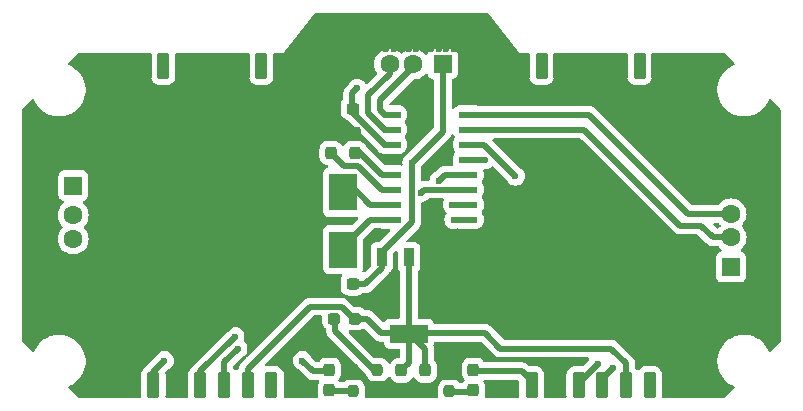
<source format=gtl>
G04 #@! TF.GenerationSoftware,KiCad,Pcbnew,8.0.5*
G04 #@! TF.CreationDate,2024-09-26T10:19:01+02:00*
G04 #@! TF.ProjectId,BL-R8812AF1 2x mount,424c2d52-3838-4313-9241-463120327820,rev?*
G04 #@! TF.SameCoordinates,Original*
G04 #@! TF.FileFunction,Copper,L1,Top*
G04 #@! TF.FilePolarity,Positive*
%FSLAX46Y46*%
G04 Gerber Fmt 4.6, Leading zero omitted, Abs format (unit mm)*
G04 Created by KiCad (PCBNEW 8.0.5) date 2024-09-26 10:19:01*
%MOMM*%
%LPD*%
G01*
G04 APERTURE LIST*
G04 Aperture macros list*
%AMRoundRect*
0 Rectangle with rounded corners*
0 $1 Rounding radius*
0 $2 $3 $4 $5 $6 $7 $8 $9 X,Y pos of 4 corners*
0 Add a 4 corners polygon primitive as box body*
4,1,4,$2,$3,$4,$5,$6,$7,$8,$9,$2,$3,0*
0 Add four circle primitives for the rounded corners*
1,1,$1+$1,$2,$3*
1,1,$1+$1,$4,$5*
1,1,$1+$1,$6,$7*
1,1,$1+$1,$8,$9*
0 Add four rect primitives between the rounded corners*
20,1,$1+$1,$2,$3,$4,$5,0*
20,1,$1+$1,$4,$5,$6,$7,0*
20,1,$1+$1,$6,$7,$8,$9,0*
20,1,$1+$1,$8,$9,$2,$3,0*%
G04 Aperture macros list end*
G04 #@! TA.AperFunction,SMDPad,CuDef*
%ADD10RoundRect,0.237500X-0.287500X-0.237500X0.287500X-0.237500X0.287500X0.237500X-0.287500X0.237500X0*%
G04 #@! TD*
G04 #@! TA.AperFunction,SMDPad,CuDef*
%ADD11RoundRect,0.237500X0.300000X0.237500X-0.300000X0.237500X-0.300000X-0.237500X0.300000X-0.237500X0*%
G04 #@! TD*
G04 #@! TA.AperFunction,SMDPad,CuDef*
%ADD12RoundRect,0.237500X0.237500X-0.300000X0.237500X0.300000X-0.237500X0.300000X-0.237500X-0.300000X0*%
G04 #@! TD*
G04 #@! TA.AperFunction,SMDPad,CuDef*
%ADD13RoundRect,0.237500X0.237500X-0.287500X0.237500X0.287500X-0.237500X0.287500X-0.237500X-0.287500X0*%
G04 #@! TD*
G04 #@! TA.AperFunction,SMDPad,CuDef*
%ADD14RoundRect,0.237500X-0.237500X0.250000X-0.237500X-0.250000X0.237500X-0.250000X0.237500X0.250000X0*%
G04 #@! TD*
G04 #@! TA.AperFunction,SMDPad,CuDef*
%ADD15RoundRect,0.237500X0.237500X-0.250000X0.237500X0.250000X-0.237500X0.250000X-0.237500X-0.250000X0*%
G04 #@! TD*
G04 #@! TA.AperFunction,SMDPad,CuDef*
%ADD16RoundRect,0.237500X-0.237500X0.300000X-0.237500X-0.300000X0.237500X-0.300000X0.237500X0.300000X0*%
G04 #@! TD*
G04 #@! TA.AperFunction,SMDPad,CuDef*
%ADD17R,2.400000X3.150000*%
G04 #@! TD*
G04 #@! TA.AperFunction,ComponentPad*
%ADD18C,4.000000*%
G04 #@! TD*
G04 #@! TA.AperFunction,SMDPad,CuDef*
%ADD19RoundRect,0.275000X0.275000X-0.825000X0.275000X0.825000X-0.275000X0.825000X-0.275000X-0.825000X0*%
G04 #@! TD*
G04 #@! TA.AperFunction,SMDPad,CuDef*
%ADD20RoundRect,0.137500X0.662500X0.137500X-0.662500X0.137500X-0.662500X-0.137500X0.662500X-0.137500X0*%
G04 #@! TD*
G04 #@! TA.AperFunction,ComponentPad*
%ADD21R,1.600000X1.500000*%
G04 #@! TD*
G04 #@! TA.AperFunction,ComponentPad*
%ADD22C,1.600000*%
G04 #@! TD*
G04 #@! TA.AperFunction,ComponentPad*
%ADD23C,3.000000*%
G04 #@! TD*
G04 #@! TA.AperFunction,ComponentPad*
%ADD24R,1.500000X1.600000*%
G04 #@! TD*
G04 #@! TA.AperFunction,SMDPad,CuDef*
%ADD25R,3.200400X1.549400*%
G04 #@! TD*
G04 #@! TA.AperFunction,SMDPad,CuDef*
%ADD26R,0.900800X1.549400*%
G04 #@! TD*
G04 #@! TA.AperFunction,ViaPad*
%ADD27C,0.600000*%
G04 #@! TD*
G04 #@! TA.AperFunction,Conductor*
%ADD28C,0.500000*%
G04 #@! TD*
G04 #@! TA.AperFunction,Conductor*
%ADD29C,0.400000*%
G04 #@! TD*
G04 APERTURE END LIST*
D10*
X121313000Y-96774000D03*
X123063000Y-96774000D03*
D11*
X122883000Y-78994000D03*
X121158000Y-78994000D03*
D12*
X123063000Y-82751000D03*
X123063000Y-81026000D03*
X121031000Y-82751000D03*
X121031000Y-81026000D03*
D11*
X122883000Y-93853000D03*
X121158000Y-93853000D03*
D13*
X120904000Y-102856000D03*
X120904000Y-101106000D03*
D14*
X122936000Y-101106000D03*
X122936000Y-102931000D03*
D15*
X124968000Y-102931000D03*
X124968000Y-101106000D03*
D16*
X127000000Y-101159000D03*
X127000000Y-102884000D03*
D13*
X133096000Y-102856000D03*
X133096000Y-101106000D03*
D14*
X131064000Y-101106000D03*
X131064000Y-102931000D03*
D16*
X129032000Y-101159000D03*
X129032000Y-102884000D03*
D17*
X122047000Y-90932000D03*
X122047000Y-86082000D03*
D18*
X105758000Y-90899000D03*
X111158000Y-90899000D03*
X105758000Y-96299000D03*
X111158000Y-96299000D03*
X137762000Y-90899000D03*
X143162000Y-90899000D03*
X137762000Y-96299000D03*
X143162000Y-96299000D03*
D19*
X148669000Y-75399999D03*
X147169000Y-75400000D03*
X145669000Y-75400000D03*
X140369000Y-75400000D03*
X138869000Y-75399999D03*
X137369001Y-75400000D03*
X138018999Y-102400000D03*
X140018999Y-102400000D03*
X142019000Y-102400000D03*
X144019000Y-102400000D03*
X146019000Y-102400001D03*
X148019000Y-102400000D03*
D20*
X132663000Y-88392000D03*
X132663000Y-87122000D03*
X132663000Y-85852000D03*
X132663000Y-84582000D03*
X132663000Y-83312000D03*
X132663000Y-82042000D03*
X132663000Y-80772000D03*
X132663000Y-79502000D03*
X126163000Y-79502000D03*
X126163000Y-80772000D03*
X126163000Y-82042000D03*
X126163000Y-83312000D03*
X126163000Y-84582000D03*
X126163000Y-85852000D03*
X126163000Y-87122000D03*
X126163000Y-88392000D03*
D19*
X116631000Y-75400000D03*
X115131001Y-75400001D03*
X113631000Y-75400000D03*
X108331000Y-75399999D03*
X106830999Y-75400000D03*
X105331000Y-75400000D03*
X105981001Y-102400000D03*
X107981000Y-102400000D03*
X109981000Y-102400000D03*
X111981001Y-102399999D03*
X113981000Y-102400000D03*
X115980999Y-102400001D03*
D21*
X130500000Y-75227000D03*
D22*
X128000000Y-75227000D03*
X126000000Y-75227000D03*
X123500000Y-75227000D03*
D23*
X133570000Y-72517000D03*
X120430000Y-72517000D03*
X157624000Y-82330000D03*
X157624000Y-95470000D03*
D22*
X154914000Y-85400000D03*
X154914000Y-87900000D03*
X154914000Y-89900000D03*
D24*
X154914000Y-92400000D03*
D25*
X127635000Y-98044000D03*
D26*
X125335000Y-91592400D03*
X127635000Y-91592400D03*
X129935000Y-91592400D03*
D23*
X96503000Y-95597000D03*
X96503000Y-82457000D03*
D22*
X99213000Y-92527000D03*
X99213000Y-90027000D03*
X99213000Y-88027000D03*
D24*
X99213000Y-85527000D03*
D27*
X117729000Y-73914000D03*
X136271000Y-73914000D03*
X118364000Y-73914000D03*
X118999000Y-73914000D03*
X121920000Y-73914000D03*
X122555000Y-73914000D03*
X123190000Y-73914000D03*
X123825000Y-73914000D03*
X124460000Y-73914000D03*
X125095000Y-73914000D03*
X125730000Y-73914000D03*
X126365000Y-73914000D03*
X135636000Y-73914000D03*
X135001000Y-73914000D03*
X132080000Y-73914000D03*
X131445000Y-73914000D03*
X130810000Y-73914000D03*
X130175000Y-73914000D03*
X129540000Y-73914000D03*
X128905000Y-73914000D03*
X128270000Y-73914000D03*
X127635000Y-73914000D03*
X127000000Y-73914000D03*
X128651000Y-79883000D03*
X125476000Y-96393000D03*
X132080000Y-99822000D03*
X118491000Y-101854000D03*
X136652000Y-84709000D03*
X134112000Y-83312000D03*
X143637000Y-100584000D03*
X106934000Y-100330000D03*
X118618000Y-100330000D03*
X112903000Y-98298000D03*
X113157000Y-99314000D03*
X131445000Y-88392000D03*
X128651000Y-86106000D03*
X130175000Y-85090000D03*
X131318000Y-87122000D03*
X127889000Y-83566000D03*
X123253500Y-77279500D03*
X144907000Y-100965000D03*
D28*
X120791000Y-101219000D02*
X119507000Y-101219000D01*
X119507000Y-101219000D02*
X118618000Y-100330000D01*
X120904000Y-101106000D02*
X120791000Y-101219000D01*
X124664000Y-101106000D02*
X124968000Y-101106000D01*
X121399000Y-97841000D02*
X124664000Y-101106000D01*
X121399000Y-96774000D02*
X121399000Y-97841000D01*
X127635000Y-100524000D02*
X127000000Y-101159000D01*
X127635000Y-97967800D02*
X127635000Y-100524000D01*
X129032000Y-99364800D02*
X127635000Y-97967800D01*
X129032000Y-101159000D02*
X129032000Y-99364800D01*
X133209000Y-101219000D02*
X133096000Y-101106000D01*
X138018999Y-102057001D02*
X137180998Y-101219000D01*
X137180998Y-101219000D02*
X133209000Y-101219000D01*
X122174000Y-83820000D02*
X121158000Y-82804000D01*
X123317000Y-83820000D02*
X122174000Y-83820000D01*
X125349000Y-85852000D02*
X123317000Y-83820000D01*
X126163000Y-85852000D02*
X125349000Y-85852000D01*
X132663000Y-87122000D02*
X131318000Y-87122000D01*
X130500000Y-80955000D02*
X130500000Y-75083000D01*
X127889000Y-83566000D02*
X130500000Y-80955000D01*
X123253500Y-77279500D02*
X122835000Y-77698000D01*
X122835000Y-79274000D02*
X125603000Y-82042000D01*
X122835000Y-77698000D02*
X122835000Y-79274000D01*
X125603000Y-82042000D02*
X126163000Y-82042000D01*
X109981000Y-101220000D02*
X109981000Y-102057001D01*
X112903000Y-98298000D02*
X109981000Y-101220000D01*
X152400000Y-88900000D02*
X153400000Y-89900000D01*
X153400000Y-89900000D02*
X154914000Y-89900000D01*
X150622000Y-88900000D02*
X152400000Y-88900000D01*
X132663000Y-80772000D02*
X142494000Y-80772000D01*
X142494000Y-80772000D02*
X150622000Y-88900000D01*
X151273000Y-87900000D02*
X154914000Y-87900000D01*
X132663000Y-79502000D02*
X142875000Y-79502000D01*
X142875000Y-79502000D02*
X151273000Y-87900000D01*
D29*
X122899000Y-102909000D02*
X122936000Y-102946000D01*
D28*
X120904000Y-102909000D02*
X122899000Y-102909000D01*
X125603000Y-80772000D02*
X126290000Y-80772000D01*
X124206000Y-79375000D02*
X125603000Y-80772000D01*
X124206000Y-77851000D02*
X124206000Y-79375000D01*
X126000000Y-76057000D02*
X124206000Y-77851000D01*
X126000000Y-74956000D02*
X126000000Y-76057000D01*
X125222000Y-79121000D02*
X125603000Y-79502000D01*
X125603000Y-79502000D02*
X126290000Y-79502000D01*
X128000000Y-75454000D02*
X125222000Y-78232000D01*
X125222000Y-78232000D02*
X125222000Y-79121000D01*
X128000000Y-74956000D02*
X128000000Y-75454000D01*
X142019000Y-102202000D02*
X142019000Y-102400000D01*
X143637000Y-100584000D02*
X142019000Y-102202000D01*
X144019000Y-101853000D02*
X144019000Y-102057001D01*
X144907000Y-100965000D02*
X144019000Y-101853000D01*
X146019000Y-100553000D02*
X146019000Y-102400001D01*
X135382000Y-99314000D02*
X144780000Y-99314000D01*
X134035800Y-97967800D02*
X135382000Y-99314000D01*
X127635000Y-97967800D02*
X134035800Y-97967800D01*
X144780000Y-99314000D02*
X146019000Y-100553000D01*
X125349000Y-84582000D02*
X123317000Y-82550000D01*
X126163000Y-84582000D02*
X125349000Y-84582000D01*
X133985000Y-82042000D02*
X132663000Y-82042000D01*
X136652000Y-84709000D02*
X133985000Y-82042000D01*
X132663000Y-83312000D02*
X134112000Y-83312000D01*
X127635000Y-91516200D02*
X127635000Y-97967800D01*
X105981001Y-101282999D02*
X106934000Y-100330000D01*
X105981001Y-102057001D02*
X105981001Y-101282999D01*
X113981000Y-101030000D02*
X113981000Y-102057001D01*
X119253000Y-95758000D02*
X113981000Y-101030000D01*
X121933000Y-95758000D02*
X119253000Y-95758000D01*
X122949000Y-96774000D02*
X121933000Y-95758000D01*
X124079000Y-96774000D02*
X122949000Y-96774000D01*
X125272800Y-97967800D02*
X124079000Y-96774000D01*
X127635000Y-97967800D02*
X125272800Y-97967800D01*
X125335000Y-92470000D02*
X125335000Y-91516200D01*
X123952000Y-93853000D02*
X125335000Y-92470000D01*
X122949000Y-93853000D02*
X123952000Y-93853000D01*
X126950000Y-103060000D02*
X127000000Y-103010000D01*
X133096000Y-103010000D02*
X131114000Y-103010000D01*
X131114000Y-103010000D02*
X131064000Y-103060000D01*
X111981001Y-100489999D02*
X111981001Y-102057000D01*
X113157000Y-99314000D02*
X111981001Y-100489999D01*
X130683000Y-84582000D02*
X132663000Y-84582000D01*
X130175000Y-85090000D02*
X130683000Y-84582000D01*
X128905000Y-85852000D02*
X132663000Y-85852000D01*
X128651000Y-86106000D02*
X128905000Y-85852000D01*
X125335000Y-91144000D02*
X125335000Y-91643200D01*
X127889000Y-88590000D02*
X125335000Y-91144000D01*
X127889000Y-83566000D02*
X127889000Y-88590000D01*
X124345000Y-88392000D02*
X122555000Y-90182000D01*
X126163000Y-88392000D02*
X124345000Y-88392000D01*
X124345000Y-87122000D02*
X126163000Y-87122000D01*
X122555000Y-85332000D02*
X124345000Y-87122000D01*
X132663000Y-88392000D02*
X131445000Y-88392000D01*
G04 #@! TA.AperFunction,Conductor*
G36*
X134320518Y-70885185D02*
G01*
X134351304Y-70913301D01*
X136781448Y-74033204D01*
X136838368Y-74106279D01*
X136847930Y-74120479D01*
X136855521Y-74133628D01*
X136855525Y-74133633D01*
X136868860Y-74146968D01*
X136879003Y-74158449D01*
X136890598Y-74173334D01*
X136890600Y-74173337D01*
X136902720Y-74182498D01*
X136915629Y-74193737D01*
X136926368Y-74204476D01*
X136942702Y-74213906D01*
X136955474Y-74222374D01*
X136970519Y-74233746D01*
X136970522Y-74233747D01*
X136970524Y-74233749D01*
X136984600Y-74239460D01*
X136999982Y-74246977D01*
X137013127Y-74254566D01*
X137013133Y-74254569D01*
X137031355Y-74259451D01*
X137045866Y-74264318D01*
X137063361Y-74271417D01*
X137078442Y-74273291D01*
X137095232Y-74276567D01*
X137109906Y-74280500D01*
X137128774Y-74280500D01*
X137144066Y-74281446D01*
X137150392Y-74282232D01*
X137162782Y-74283773D01*
X137162782Y-74283772D01*
X137162784Y-74283773D01*
X137177823Y-74281681D01*
X137194901Y-74280500D01*
X137708018Y-74280500D01*
X137775057Y-74300185D01*
X137820812Y-74352989D01*
X137831238Y-74418383D01*
X137818500Y-74531440D01*
X137818500Y-76268557D01*
X137833157Y-76398647D01*
X137833159Y-76398657D01*
X137880006Y-76532536D01*
X137890878Y-76563605D01*
X137983853Y-76711575D01*
X138107424Y-76835146D01*
X138255394Y-76928121D01*
X138420343Y-76985840D01*
X138420349Y-76985840D01*
X138420351Y-76985841D01*
X138461750Y-76990505D01*
X138550442Y-77000498D01*
X138550445Y-77000499D01*
X138550448Y-77000499D01*
X139187555Y-77000499D01*
X139187556Y-77000498D01*
X139317657Y-76985840D01*
X139482606Y-76928121D01*
X139630576Y-76835146D01*
X139754147Y-76711575D01*
X139847122Y-76563605D01*
X139904841Y-76398656D01*
X139919500Y-76268551D01*
X139919500Y-74531447D01*
X139919499Y-74531442D01*
X139919499Y-74531440D01*
X139906762Y-74418383D01*
X139918817Y-74349561D01*
X139966166Y-74298182D01*
X140029982Y-74280500D01*
X146008018Y-74280500D01*
X146075057Y-74300185D01*
X146120812Y-74352989D01*
X146131238Y-74418383D01*
X146118500Y-74531441D01*
X146118500Y-76268558D01*
X146133157Y-76398648D01*
X146133159Y-76398658D01*
X146189684Y-76560194D01*
X146190878Y-76563606D01*
X146283853Y-76711576D01*
X146407424Y-76835147D01*
X146555394Y-76928122D01*
X146720343Y-76985841D01*
X146720349Y-76985841D01*
X146720351Y-76985842D01*
X146761750Y-76990506D01*
X146850442Y-77000499D01*
X146850445Y-77000500D01*
X146850448Y-77000500D01*
X147487555Y-77000500D01*
X147487556Y-77000499D01*
X147617657Y-76985841D01*
X147782606Y-76928122D01*
X147930576Y-76835147D01*
X148054147Y-76711576D01*
X148147122Y-76563606D01*
X148204841Y-76398657D01*
X148219500Y-76268552D01*
X148219500Y-74531448D01*
X148217437Y-74513139D01*
X148206762Y-74418383D01*
X148218817Y-74349561D01*
X148266166Y-74298182D01*
X148329982Y-74280500D01*
X154291030Y-74280500D01*
X154358069Y-74300185D01*
X154378711Y-74316819D01*
X155180031Y-75118139D01*
X155213516Y-75179462D01*
X155208532Y-75249154D01*
X155166660Y-75305087D01*
X155139803Y-75320381D01*
X155002499Y-75377254D01*
X155002489Y-75377258D01*
X154747006Y-75524761D01*
X154512959Y-75704352D01*
X154512952Y-75704358D01*
X154304358Y-75912952D01*
X154304352Y-75912959D01*
X154124761Y-76147006D01*
X153977258Y-76402489D01*
X153977254Y-76402499D01*
X153864364Y-76675038D01*
X153864361Y-76675048D01*
X153821464Y-76835145D01*
X153788008Y-76960004D01*
X153788006Y-76960015D01*
X153749500Y-77252486D01*
X153749500Y-77547513D01*
X153781571Y-77791113D01*
X153788007Y-77839993D01*
X153788008Y-77839995D01*
X153864361Y-78124951D01*
X153864364Y-78124961D01*
X153977254Y-78397500D01*
X153977258Y-78397510D01*
X154124761Y-78652993D01*
X154304352Y-78887040D01*
X154304358Y-78887047D01*
X154512952Y-79095641D01*
X154512959Y-79095647D01*
X154747006Y-79275238D01*
X155002489Y-79422741D01*
X155002490Y-79422741D01*
X155002493Y-79422743D01*
X155275048Y-79535639D01*
X155560007Y-79611993D01*
X155852494Y-79650500D01*
X155852501Y-79650500D01*
X156147499Y-79650500D01*
X156147506Y-79650500D01*
X156439993Y-79611993D01*
X156724952Y-79535639D01*
X156997507Y-79422743D01*
X157252994Y-79275238D01*
X157487042Y-79095646D01*
X157695646Y-78887042D01*
X157875238Y-78652994D01*
X158022743Y-78397507D01*
X158079619Y-78260195D01*
X158123458Y-78205793D01*
X158189752Y-78183728D01*
X158257452Y-78201007D01*
X158281860Y-78219968D01*
X159083181Y-79021289D01*
X159116666Y-79082612D01*
X159119500Y-79108970D01*
X159119500Y-98691029D01*
X159099815Y-98758068D01*
X159083181Y-98778710D01*
X158281860Y-99580030D01*
X158220537Y-99613515D01*
X158150845Y-99608531D01*
X158094912Y-99566659D01*
X158079618Y-99539801D01*
X158022748Y-99402504D01*
X158022741Y-99402489D01*
X157875238Y-99147006D01*
X157695647Y-98912959D01*
X157695641Y-98912952D01*
X157487047Y-98704358D01*
X157487040Y-98704352D01*
X157252993Y-98524761D01*
X156997510Y-98377258D01*
X156997500Y-98377254D01*
X156724961Y-98264364D01*
X156724954Y-98264362D01*
X156724952Y-98264361D01*
X156439993Y-98188007D01*
X156391113Y-98181571D01*
X156147513Y-98149500D01*
X156147506Y-98149500D01*
X155852494Y-98149500D01*
X155852486Y-98149500D01*
X155574085Y-98186153D01*
X155560007Y-98188007D01*
X155425376Y-98224081D01*
X155275048Y-98264361D01*
X155275038Y-98264364D01*
X155002499Y-98377254D01*
X155002489Y-98377258D01*
X154747006Y-98524761D01*
X154512959Y-98704352D01*
X154512952Y-98704358D01*
X154304358Y-98912952D01*
X154304352Y-98912959D01*
X154124761Y-99147006D01*
X153977258Y-99402489D01*
X153977254Y-99402499D01*
X153864364Y-99675038D01*
X153864361Y-99675048D01*
X153792346Y-99943816D01*
X153788008Y-99960004D01*
X153788006Y-99960015D01*
X153749500Y-100252486D01*
X153749500Y-100547513D01*
X153767243Y-100682277D01*
X153788007Y-100839993D01*
X153858779Y-101104118D01*
X153864361Y-101124951D01*
X153864364Y-101124961D01*
X153977254Y-101397500D01*
X153977258Y-101397510D01*
X154124761Y-101652993D01*
X154304352Y-101887040D01*
X154304358Y-101887047D01*
X154512952Y-102095641D01*
X154512959Y-102095647D01*
X154747006Y-102275238D01*
X155002489Y-102422741D01*
X155002504Y-102422748D01*
X155139801Y-102479618D01*
X155194205Y-102523459D01*
X155216270Y-102589753D01*
X155198991Y-102657452D01*
X155180030Y-102681860D01*
X154378711Y-103483181D01*
X154317388Y-103516666D01*
X154291030Y-103519500D01*
X149179982Y-103519500D01*
X149112943Y-103499815D01*
X149067188Y-103447011D01*
X149056762Y-103381617D01*
X149069499Y-103268558D01*
X149069500Y-103268554D01*
X149069500Y-101531445D01*
X149069499Y-101531441D01*
X149054842Y-101401351D01*
X149054841Y-101401344D01*
X149054841Y-101401343D01*
X148997122Y-101236394D01*
X148904147Y-101088424D01*
X148780576Y-100964853D01*
X148632606Y-100871878D01*
X148632605Y-100871877D01*
X148632604Y-100871877D01*
X148467658Y-100814159D01*
X148467648Y-100814157D01*
X148337558Y-100799500D01*
X148337552Y-100799500D01*
X147700448Y-100799500D01*
X147700441Y-100799500D01*
X147570351Y-100814157D01*
X147570341Y-100814159D01*
X147405395Y-100871877D01*
X147257423Y-100964853D01*
X147133851Y-101088425D01*
X147123991Y-101104118D01*
X147071655Y-101150408D01*
X147002601Y-101161054D01*
X146938753Y-101132677D01*
X146914007Y-101104117D01*
X146904147Y-101088425D01*
X146805818Y-100990096D01*
X146772334Y-100928773D01*
X146769500Y-100902415D01*
X146769500Y-100479080D01*
X146763479Y-100448815D01*
X146754713Y-100404745D01*
X146753401Y-100398150D01*
X146745346Y-100357653D01*
X146740659Y-100334088D01*
X146699399Y-100234478D01*
X146684084Y-100197505D01*
X146629205Y-100115373D01*
X146601952Y-100074585D01*
X146343629Y-99816262D01*
X145258421Y-98731052D01*
X145258414Y-98731046D01*
X145184729Y-98681812D01*
X145184729Y-98681813D01*
X145135491Y-98648913D01*
X144998917Y-98592343D01*
X144998907Y-98592340D01*
X144853920Y-98563500D01*
X144853918Y-98563500D01*
X135744229Y-98563500D01*
X135677190Y-98543815D01*
X135656548Y-98527181D01*
X134514221Y-97384852D01*
X134514214Y-97384846D01*
X134440529Y-97335612D01*
X134440529Y-97335613D01*
X134391291Y-97302713D01*
X134254717Y-97246143D01*
X134254707Y-97246140D01*
X134109720Y-97217300D01*
X134109718Y-97217300D01*
X129836080Y-97217300D01*
X129769041Y-97197615D01*
X129723286Y-97144811D01*
X129719898Y-97136633D01*
X129678997Y-97026971D01*
X129678993Y-97026964D01*
X129592747Y-96911755D01*
X129592744Y-96911752D01*
X129477535Y-96825506D01*
X129477528Y-96825502D01*
X129342682Y-96775208D01*
X129342683Y-96775208D01*
X129283083Y-96768801D01*
X129283081Y-96768800D01*
X129283073Y-96768800D01*
X129283065Y-96768800D01*
X128509500Y-96768800D01*
X128442461Y-96749115D01*
X128396706Y-96696311D01*
X128385500Y-96644800D01*
X128385500Y-92829719D01*
X128405185Y-92762680D01*
X128435190Y-92730452D01*
X128442946Y-92724646D01*
X128529196Y-92609431D01*
X128579491Y-92474583D01*
X128585900Y-92414973D01*
X128585899Y-90769828D01*
X128579491Y-90710217D01*
X128555078Y-90644763D01*
X128529197Y-90575371D01*
X128529193Y-90575364D01*
X128442947Y-90460155D01*
X128442944Y-90460152D01*
X128327735Y-90373906D01*
X128327728Y-90373902D01*
X128192882Y-90323608D01*
X128192883Y-90323608D01*
X128133283Y-90317201D01*
X128133281Y-90317200D01*
X128133273Y-90317200D01*
X128133265Y-90317200D01*
X127522528Y-90317200D01*
X127455489Y-90297515D01*
X127409734Y-90244711D01*
X127399790Y-90175553D01*
X127428815Y-90111997D01*
X127434847Y-90105519D01*
X127853548Y-89686819D01*
X128471951Y-89068416D01*
X128554084Y-88945495D01*
X128610658Y-88808913D01*
X128624537Y-88739139D01*
X128637249Y-88675233D01*
X128639500Y-88663919D01*
X128639500Y-87023674D01*
X128659185Y-86956635D01*
X128711989Y-86910880D01*
X128749617Y-86900454D01*
X128830249Y-86891369D01*
X128830252Y-86891368D01*
X128830255Y-86891368D01*
X129000522Y-86831789D01*
X129153262Y-86735816D01*
X129250260Y-86638818D01*
X129311583Y-86605334D01*
X129337941Y-86602500D01*
X130476927Y-86602500D01*
X130543966Y-86622185D01*
X130589721Y-86674989D01*
X130599665Y-86744147D01*
X130593968Y-86767455D01*
X130532633Y-86942737D01*
X130532630Y-86942750D01*
X130512435Y-87121996D01*
X130512435Y-87122003D01*
X130532630Y-87301249D01*
X130532631Y-87301254D01*
X130592211Y-87471523D01*
X130688184Y-87624262D01*
X130798695Y-87734773D01*
X130832180Y-87796096D01*
X130827196Y-87865788D01*
X130816008Y-87888426D01*
X130719211Y-88042476D01*
X130659631Y-88212745D01*
X130659630Y-88212750D01*
X130639435Y-88391996D01*
X130639435Y-88392003D01*
X130659630Y-88571249D01*
X130659631Y-88571254D01*
X130719211Y-88741523D01*
X130815184Y-88894262D01*
X130942738Y-89021816D01*
X131016906Y-89068419D01*
X131090531Y-89114681D01*
X131095478Y-89117789D01*
X131237538Y-89167498D01*
X131265745Y-89177368D01*
X131265750Y-89177369D01*
X131444996Y-89197565D01*
X131445000Y-89197565D01*
X131445004Y-89197565D01*
X131624249Y-89177369D01*
X131624252Y-89177368D01*
X131624255Y-89177368D01*
X131704017Y-89149457D01*
X131744972Y-89142500D01*
X131806001Y-89142500D01*
X131840595Y-89147423D01*
X131899902Y-89164654D01*
X131936065Y-89167500D01*
X133389934Y-89167499D01*
X133426098Y-89164654D01*
X133580894Y-89119681D01*
X133719643Y-89037626D01*
X133833626Y-88923643D01*
X133915681Y-88784894D01*
X133960654Y-88630098D01*
X133963500Y-88593935D01*
X133963499Y-88190066D01*
X133960654Y-88153902D01*
X133915681Y-87999106D01*
X133857071Y-87900000D01*
X133833630Y-87860363D01*
X133833628Y-87860361D01*
X133833626Y-87860357D01*
X133817952Y-87844683D01*
X133784465Y-87783361D01*
X133789448Y-87713669D01*
X133817952Y-87669317D01*
X133833626Y-87653643D01*
X133915681Y-87514894D01*
X133948793Y-87400920D01*
X133960653Y-87360102D01*
X133960654Y-87360096D01*
X133963499Y-87323942D01*
X133963500Y-87323935D01*
X133963499Y-86920066D01*
X133960654Y-86883902D01*
X133915681Y-86729106D01*
X133882653Y-86673258D01*
X133833630Y-86590363D01*
X133833628Y-86590361D01*
X133833626Y-86590357D01*
X133817952Y-86574683D01*
X133784465Y-86513361D01*
X133789448Y-86443669D01*
X133817952Y-86399317D01*
X133833626Y-86383643D01*
X133915681Y-86244894D01*
X133960654Y-86090098D01*
X133963500Y-86053935D01*
X133963499Y-85650066D01*
X133960654Y-85613902D01*
X133915681Y-85459106D01*
X133888329Y-85412856D01*
X133833630Y-85320363D01*
X133833628Y-85320361D01*
X133833626Y-85320357D01*
X133817952Y-85304683D01*
X133784465Y-85243361D01*
X133789448Y-85173669D01*
X133817952Y-85129317D01*
X133833626Y-85113643D01*
X133915681Y-84974894D01*
X133960654Y-84820098D01*
X133963500Y-84783935D01*
X133963499Y-84380066D01*
X133960654Y-84343902D01*
X133939450Y-84270918D01*
X133939649Y-84201050D01*
X133977591Y-84142380D01*
X134041229Y-84113536D01*
X134072407Y-84113104D01*
X134103816Y-84116642D01*
X134111999Y-84117565D01*
X134112000Y-84117565D01*
X134112004Y-84117565D01*
X134291249Y-84097369D01*
X134291252Y-84097368D01*
X134291255Y-84097368D01*
X134461522Y-84037789D01*
X134614262Y-83941816D01*
X134631171Y-83924905D01*
X134692491Y-83891419D01*
X134762183Y-83896400D01*
X134806536Y-83924903D01*
X135898692Y-85017059D01*
X135921358Y-85053125D01*
X135923188Y-85052244D01*
X135926209Y-85058518D01*
X135926211Y-85058522D01*
X136022184Y-85211262D01*
X136149738Y-85338816D01*
X136302478Y-85434789D01*
X136383475Y-85463131D01*
X136472745Y-85494368D01*
X136472750Y-85494369D01*
X136651996Y-85514565D01*
X136652000Y-85514565D01*
X136652004Y-85514565D01*
X136831249Y-85494369D01*
X136831252Y-85494368D01*
X136831255Y-85494368D01*
X137001522Y-85434789D01*
X137154262Y-85338816D01*
X137281816Y-85211262D01*
X137377789Y-85058522D01*
X137437368Y-84888255D01*
X137445047Y-84820102D01*
X137457565Y-84709003D01*
X137457565Y-84708996D01*
X137437369Y-84529750D01*
X137437368Y-84529745D01*
X137421593Y-84484664D01*
X137377789Y-84359478D01*
X137281816Y-84206738D01*
X137154262Y-84079184D01*
X137001522Y-83983211D01*
X137001518Y-83983209D01*
X136995244Y-83980188D01*
X136996125Y-83978358D01*
X136960059Y-83955692D01*
X134738549Y-81734181D01*
X134705064Y-81672858D01*
X134710048Y-81603166D01*
X134751920Y-81547233D01*
X134817384Y-81522816D01*
X134826230Y-81522500D01*
X142131770Y-81522500D01*
X142198809Y-81542185D01*
X142219451Y-81558819D01*
X150143586Y-89482954D01*
X150173058Y-89502645D01*
X150217270Y-89532186D01*
X150266505Y-89565084D01*
X150266506Y-89565084D01*
X150266507Y-89565085D01*
X150266509Y-89565086D01*
X150303727Y-89580502D01*
X150403087Y-89621658D01*
X150403091Y-89621658D01*
X150403092Y-89621659D01*
X150548079Y-89650500D01*
X150548082Y-89650500D01*
X150548083Y-89650500D01*
X150695918Y-89650500D01*
X152037770Y-89650500D01*
X152104809Y-89670185D01*
X152125451Y-89686819D01*
X152473823Y-90035190D01*
X152817049Y-90378416D01*
X152921584Y-90482951D01*
X152921587Y-90482953D01*
X152921588Y-90482954D01*
X153044503Y-90565083D01*
X153044506Y-90565085D01*
X153101079Y-90588518D01*
X153101080Y-90588518D01*
X153181088Y-90621659D01*
X153297241Y-90644763D01*
X153316468Y-90648587D01*
X153326081Y-90650500D01*
X153326082Y-90650500D01*
X153326083Y-90650500D01*
X153473918Y-90650500D01*
X153787337Y-90650500D01*
X153854376Y-90670185D01*
X153888912Y-90703377D01*
X153913954Y-90739141D01*
X154074856Y-90900043D01*
X154076017Y-90901017D01*
X154076389Y-90901576D01*
X154078689Y-90903876D01*
X154078227Y-90904337D01*
X154114726Y-90959184D01*
X154115842Y-91029045D01*
X154079011Y-91088419D01*
X154039656Y-91112197D01*
X153921669Y-91156203D01*
X153921664Y-91156206D01*
X153806455Y-91242452D01*
X153806452Y-91242455D01*
X153720206Y-91357664D01*
X153720202Y-91357671D01*
X153669908Y-91492517D01*
X153663501Y-91552116D01*
X153663501Y-91552123D01*
X153663500Y-91552135D01*
X153663500Y-93247870D01*
X153663501Y-93247876D01*
X153669908Y-93307483D01*
X153720202Y-93442328D01*
X153720206Y-93442335D01*
X153806452Y-93557544D01*
X153806455Y-93557547D01*
X153921664Y-93643793D01*
X153921671Y-93643797D01*
X154056517Y-93694091D01*
X154056516Y-93694091D01*
X154063444Y-93694835D01*
X154116127Y-93700500D01*
X155711872Y-93700499D01*
X155771483Y-93694091D01*
X155906331Y-93643796D01*
X156021546Y-93557546D01*
X156107796Y-93442331D01*
X156158091Y-93307483D01*
X156164500Y-93247873D01*
X156164499Y-91552128D01*
X156158091Y-91492517D01*
X156107796Y-91357669D01*
X156107795Y-91357668D01*
X156107793Y-91357664D01*
X156021547Y-91242455D01*
X156021544Y-91242452D01*
X155906335Y-91156206D01*
X155906328Y-91156202D01*
X155788344Y-91112197D01*
X155732410Y-91070326D01*
X155707993Y-91004861D01*
X155722845Y-90936588D01*
X155749493Y-90904058D01*
X155749311Y-90903876D01*
X155751142Y-90902044D01*
X155751990Y-90901010D01*
X155753127Y-90900055D01*
X155753139Y-90900047D01*
X155914047Y-90739139D01*
X156044568Y-90552734D01*
X156140739Y-90346496D01*
X156199635Y-90126692D01*
X156219468Y-89900000D01*
X156199635Y-89673308D01*
X156140739Y-89453504D01*
X156044568Y-89247266D01*
X155955233Y-89119681D01*
X155914048Y-89060862D01*
X155880186Y-89027000D01*
X155840865Y-88987679D01*
X155807382Y-88926359D01*
X155812366Y-88856667D01*
X155840865Y-88812320D01*
X155914047Y-88739139D01*
X156044568Y-88552734D01*
X156140739Y-88346496D01*
X156199635Y-88126692D01*
X156219468Y-87900000D01*
X156219409Y-87899331D01*
X156211141Y-87804823D01*
X156199635Y-87673308D01*
X156140739Y-87453504D01*
X156044568Y-87247266D01*
X155914047Y-87060861D01*
X155914045Y-87060858D01*
X155753141Y-86899954D01*
X155566734Y-86769432D01*
X155566732Y-86769431D01*
X155360497Y-86673261D01*
X155360488Y-86673258D01*
X155140697Y-86614366D01*
X155140693Y-86614365D01*
X155140692Y-86614365D01*
X155140691Y-86614364D01*
X155140686Y-86614364D01*
X154914002Y-86594532D01*
X154913998Y-86594532D01*
X154687313Y-86614364D01*
X154687302Y-86614366D01*
X154467511Y-86673258D01*
X154467502Y-86673261D01*
X154261267Y-86769431D01*
X154261265Y-86769432D01*
X154074858Y-86899954D01*
X153913954Y-87060858D01*
X153888912Y-87096623D01*
X153834335Y-87140248D01*
X153787337Y-87149500D01*
X151635229Y-87149500D01*
X151568190Y-87129815D01*
X151547548Y-87113181D01*
X143353421Y-78919052D01*
X143353414Y-78919046D01*
X143259616Y-78856373D01*
X143259615Y-78856373D01*
X143230500Y-78836919D01*
X143230488Y-78836912D01*
X143093917Y-78780343D01*
X143093907Y-78780340D01*
X142948920Y-78751500D01*
X142948918Y-78751500D01*
X133519999Y-78751500D01*
X133485404Y-78746576D01*
X133462999Y-78740067D01*
X133426099Y-78729346D01*
X133426096Y-78729345D01*
X133389935Y-78726500D01*
X131936077Y-78726500D01*
X131936052Y-78726501D01*
X131899901Y-78729346D01*
X131745110Y-78774317D01*
X131745103Y-78774320D01*
X131606363Y-78856369D01*
X131606351Y-78856378D01*
X131492378Y-78970351D01*
X131492372Y-78970359D01*
X131481232Y-78989197D01*
X131430163Y-79036880D01*
X131361422Y-79049384D01*
X131296832Y-79022739D01*
X131256902Y-78965404D01*
X131250500Y-78926076D01*
X131250500Y-76599351D01*
X131270185Y-76532312D01*
X131322989Y-76486557D01*
X131361247Y-76476061D01*
X131407483Y-76471091D01*
X131542331Y-76420796D01*
X131657546Y-76334546D01*
X131743796Y-76219331D01*
X131794091Y-76084483D01*
X131800500Y-76024873D01*
X131800499Y-74429128D01*
X131794091Y-74369517D01*
X131787926Y-74352989D01*
X131743797Y-74234671D01*
X131743793Y-74234664D01*
X131657547Y-74119455D01*
X131657544Y-74119452D01*
X131542335Y-74033206D01*
X131542328Y-74033202D01*
X131407482Y-73982908D01*
X131407483Y-73982908D01*
X131347883Y-73976501D01*
X131347881Y-73976500D01*
X131347873Y-73976500D01*
X131347864Y-73976500D01*
X129652129Y-73976500D01*
X129652123Y-73976501D01*
X129592516Y-73982908D01*
X129457671Y-74033202D01*
X129457664Y-74033206D01*
X129342455Y-74119452D01*
X129342452Y-74119455D01*
X129256206Y-74234664D01*
X129256203Y-74234669D01*
X129212197Y-74352656D01*
X129170325Y-74408589D01*
X129104861Y-74433006D01*
X129036588Y-74418154D01*
X129004057Y-74391507D01*
X129003876Y-74391689D01*
X129002050Y-74389863D01*
X129001017Y-74389017D01*
X129000043Y-74387856D01*
X128839141Y-74226954D01*
X128652734Y-74096432D01*
X128652732Y-74096431D01*
X128446497Y-74000261D01*
X128446488Y-74000258D01*
X128226697Y-73941366D01*
X128226693Y-73941365D01*
X128226692Y-73941365D01*
X128226691Y-73941364D01*
X128226686Y-73941364D01*
X128000002Y-73921532D01*
X127999998Y-73921532D01*
X127773313Y-73941364D01*
X127773302Y-73941366D01*
X127553511Y-74000258D01*
X127553502Y-74000261D01*
X127347267Y-74096431D01*
X127347265Y-74096432D01*
X127160858Y-74226954D01*
X127087681Y-74300132D01*
X127026358Y-74333617D01*
X126956666Y-74328633D01*
X126912319Y-74300132D01*
X126839141Y-74226954D01*
X126652734Y-74096432D01*
X126652732Y-74096431D01*
X126446497Y-74000261D01*
X126446488Y-74000258D01*
X126226697Y-73941366D01*
X126226693Y-73941365D01*
X126226692Y-73941365D01*
X126226691Y-73941364D01*
X126226686Y-73941364D01*
X126000002Y-73921532D01*
X125999998Y-73921532D01*
X125773313Y-73941364D01*
X125773302Y-73941366D01*
X125553511Y-74000258D01*
X125553502Y-74000261D01*
X125347267Y-74096431D01*
X125347265Y-74096432D01*
X125160858Y-74226954D01*
X124999954Y-74387858D01*
X124869432Y-74574265D01*
X124869431Y-74574267D01*
X124773261Y-74780502D01*
X124773258Y-74780511D01*
X124714366Y-75000302D01*
X124714364Y-75000313D01*
X124694532Y-75226998D01*
X124694532Y-75227001D01*
X124714364Y-75453686D01*
X124714366Y-75453697D01*
X124773258Y-75673488D01*
X124773261Y-75673496D01*
X124869432Y-75879734D01*
X124892695Y-75912958D01*
X124911256Y-75939465D01*
X124933583Y-76005671D01*
X124916573Y-76073439D01*
X124897362Y-76098269D01*
X124122563Y-76873067D01*
X124061240Y-76906552D01*
X123991548Y-76901568D01*
X123935615Y-76859696D01*
X123929896Y-76851370D01*
X123883316Y-76777238D01*
X123755762Y-76649684D01*
X123603023Y-76553711D01*
X123432754Y-76494131D01*
X123432749Y-76494130D01*
X123253504Y-76473935D01*
X123253496Y-76473935D01*
X123074250Y-76494130D01*
X123074245Y-76494131D01*
X122903976Y-76553711D01*
X122751237Y-76649684D01*
X122623684Y-76777237D01*
X122527712Y-76929975D01*
X122524691Y-76936250D01*
X122522870Y-76935373D01*
X122500194Y-76971437D01*
X122252047Y-77219585D01*
X122212013Y-77279499D01*
X122212014Y-77279500D01*
X122169914Y-77342508D01*
X122113343Y-77479082D01*
X122113340Y-77479092D01*
X122084500Y-77624079D01*
X122084500Y-78159948D01*
X122064815Y-78226987D01*
X122048181Y-78247629D01*
X122000161Y-78295648D01*
X121909593Y-78442481D01*
X121909591Y-78442486D01*
X121882219Y-78525088D01*
X121855326Y-78606247D01*
X121855326Y-78606248D01*
X121855325Y-78606248D01*
X121845000Y-78707315D01*
X121845000Y-79280669D01*
X121845001Y-79280687D01*
X121855325Y-79381752D01*
X121868909Y-79422745D01*
X121909592Y-79545516D01*
X122000160Y-79692350D01*
X122122150Y-79814340D01*
X122268984Y-79904908D01*
X122432747Y-79959174D01*
X122432748Y-79959174D01*
X122439173Y-79961303D01*
X122438547Y-79963190D01*
X122491515Y-79991883D01*
X122491807Y-79992175D01*
X124877892Y-82378259D01*
X124907169Y-82427757D01*
X124907221Y-82427735D01*
X124907399Y-82428146D01*
X124909285Y-82431335D01*
X124910320Y-82434896D01*
X124992369Y-82573636D01*
X124992378Y-82573648D01*
X125106351Y-82687621D01*
X125106355Y-82687624D01*
X125106357Y-82687626D01*
X125106360Y-82687627D01*
X125106363Y-82687630D01*
X125161664Y-82720334D01*
X125245106Y-82769681D01*
X125281832Y-82780351D01*
X125399897Y-82814653D01*
X125399900Y-82814653D01*
X125399902Y-82814654D01*
X125436065Y-82817500D01*
X126889934Y-82817499D01*
X126926098Y-82814654D01*
X127080894Y-82769681D01*
X127219643Y-82687626D01*
X127333626Y-82573643D01*
X127415681Y-82434894D01*
X127460654Y-82280098D01*
X127463500Y-82243935D01*
X127463499Y-81840066D01*
X127460654Y-81803902D01*
X127415681Y-81649106D01*
X127352449Y-81542185D01*
X127333630Y-81510363D01*
X127333628Y-81510361D01*
X127333626Y-81510357D01*
X127317952Y-81494683D01*
X127284465Y-81433361D01*
X127289448Y-81363669D01*
X127317952Y-81319317D01*
X127333626Y-81303643D01*
X127415681Y-81164894D01*
X127460654Y-81010098D01*
X127463500Y-80973935D01*
X127463499Y-80570066D01*
X127460654Y-80533902D01*
X127415681Y-80379106D01*
X127333626Y-80240357D01*
X127317952Y-80224683D01*
X127284465Y-80163361D01*
X127289448Y-80093669D01*
X127317952Y-80049317D01*
X127333626Y-80033643D01*
X127415681Y-79894894D01*
X127460654Y-79740098D01*
X127463500Y-79703935D01*
X127463499Y-79300066D01*
X127460654Y-79263902D01*
X127415681Y-79109106D01*
X127333626Y-78970357D01*
X127333624Y-78970355D01*
X127333621Y-78970351D01*
X127219648Y-78856378D01*
X127219636Y-78856369D01*
X127080896Y-78774320D01*
X127080889Y-78774317D01*
X126926102Y-78729346D01*
X126926096Y-78729345D01*
X126889942Y-78726500D01*
X126889935Y-78726500D01*
X126096500Y-78726500D01*
X126029461Y-78706815D01*
X125983706Y-78654011D01*
X125972500Y-78602500D01*
X125972500Y-78594228D01*
X125992185Y-78527189D01*
X126008814Y-78506552D01*
X127949346Y-76566019D01*
X128010667Y-76532536D01*
X128026214Y-76530174D01*
X128226692Y-76512635D01*
X128446496Y-76453739D01*
X128652734Y-76357568D01*
X128839139Y-76227047D01*
X129000047Y-76066139D01*
X129000055Y-76066127D01*
X129001010Y-76064990D01*
X129001569Y-76064617D01*
X129003876Y-76062311D01*
X129004339Y-76062774D01*
X129059173Y-76026277D01*
X129129034Y-76025154D01*
X129188411Y-76061979D01*
X129212197Y-76101344D01*
X129256202Y-76219328D01*
X129256206Y-76219335D01*
X129342452Y-76334544D01*
X129342455Y-76334547D01*
X129457664Y-76420793D01*
X129457671Y-76420797D01*
X129592516Y-76471091D01*
X129638757Y-76476063D01*
X129703307Y-76502801D01*
X129743155Y-76560194D01*
X129749500Y-76599352D01*
X129749500Y-80592769D01*
X129729815Y-80659808D01*
X129713181Y-80680450D01*
X127580937Y-82812693D01*
X127544873Y-82835370D01*
X127545750Y-82837191D01*
X127539475Y-82840212D01*
X127386737Y-82936184D01*
X127259184Y-83063737D01*
X127163211Y-83216476D01*
X127103631Y-83386745D01*
X127103630Y-83386750D01*
X127083435Y-83565996D01*
X127083435Y-83566004D01*
X127096276Y-83679978D01*
X127084221Y-83748800D01*
X127036872Y-83800179D01*
X126969261Y-83817803D01*
X126938463Y-83812938D01*
X126926099Y-83809346D01*
X126926096Y-83809345D01*
X126889942Y-83806500D01*
X126889935Y-83806500D01*
X125686230Y-83806500D01*
X125619191Y-83786815D01*
X125598549Y-83770181D01*
X123996844Y-82168476D01*
X123978676Y-82142527D01*
X123977699Y-82143131D01*
X123973908Y-82136985D01*
X123973908Y-82136984D01*
X123883340Y-81990150D01*
X123761350Y-81868160D01*
X123614516Y-81777592D01*
X123450753Y-81723326D01*
X123450751Y-81723325D01*
X123349678Y-81713000D01*
X122776330Y-81713000D01*
X122776312Y-81713001D01*
X122675247Y-81723325D01*
X122511484Y-81777592D01*
X122511481Y-81777593D01*
X122364648Y-81868161D01*
X122242661Y-81990148D01*
X122152539Y-82136260D01*
X122100591Y-82182984D01*
X122031628Y-82194207D01*
X121967546Y-82166363D01*
X121941461Y-82136260D01*
X121851340Y-81990150D01*
X121729350Y-81868160D01*
X121582516Y-81777592D01*
X121418753Y-81723326D01*
X121418751Y-81723325D01*
X121317678Y-81713000D01*
X120744330Y-81713000D01*
X120744312Y-81713001D01*
X120643247Y-81723325D01*
X120479484Y-81777592D01*
X120479481Y-81777593D01*
X120332648Y-81868161D01*
X120210661Y-81990148D01*
X120120093Y-82136981D01*
X120120091Y-82136986D01*
X120104849Y-82182984D01*
X120065826Y-82300747D01*
X120065826Y-82300748D01*
X120065825Y-82300748D01*
X120055500Y-82401815D01*
X120055500Y-83100169D01*
X120055501Y-83100187D01*
X120065825Y-83201252D01*
X120120092Y-83365015D01*
X120120093Y-83365018D01*
X120133498Y-83386750D01*
X120210660Y-83511850D01*
X120332650Y-83633840D01*
X120479484Y-83724408D01*
X120643247Y-83778674D01*
X120683528Y-83782789D01*
X120748220Y-83809185D01*
X120788371Y-83866365D01*
X120791235Y-83936176D01*
X120755901Y-83996453D01*
X120714259Y-84022329D01*
X120604671Y-84063202D01*
X120604664Y-84063206D01*
X120489455Y-84149452D01*
X120489452Y-84149455D01*
X120403206Y-84264664D01*
X120403202Y-84264671D01*
X120352908Y-84399517D01*
X120346501Y-84459116D01*
X120346500Y-84459135D01*
X120346500Y-87704870D01*
X120346501Y-87704876D01*
X120352908Y-87764483D01*
X120403202Y-87899328D01*
X120403206Y-87899335D01*
X120489452Y-88014544D01*
X120489455Y-88014547D01*
X120604664Y-88100793D01*
X120604671Y-88100797D01*
X120739517Y-88151091D01*
X120739516Y-88151091D01*
X120746444Y-88151835D01*
X120799127Y-88157500D01*
X123218770Y-88157499D01*
X123285809Y-88177184D01*
X123331564Y-88229987D01*
X123341508Y-88299146D01*
X123312483Y-88362702D01*
X123306451Y-88369180D01*
X122855450Y-88820181D01*
X122794127Y-88853666D01*
X122767769Y-88856500D01*
X120799129Y-88856500D01*
X120799123Y-88856501D01*
X120739516Y-88862908D01*
X120604671Y-88913202D01*
X120604664Y-88913206D01*
X120489455Y-88999452D01*
X120489452Y-88999455D01*
X120403206Y-89114664D01*
X120403202Y-89114671D01*
X120352908Y-89249517D01*
X120346501Y-89309116D01*
X120346500Y-89309135D01*
X120346500Y-92554870D01*
X120346501Y-92554876D01*
X120352908Y-92614483D01*
X120403202Y-92749328D01*
X120403206Y-92749335D01*
X120489452Y-92864544D01*
X120489455Y-92864547D01*
X120604664Y-92950793D01*
X120604671Y-92950797D01*
X120739517Y-93001091D01*
X120739516Y-93001091D01*
X120746444Y-93001835D01*
X120799127Y-93007500D01*
X121868748Y-93007499D01*
X121935787Y-93027183D01*
X121981542Y-93079987D01*
X121991486Y-93149146D01*
X121974287Y-93196595D01*
X121909595Y-93301477D01*
X121909592Y-93301484D01*
X121855326Y-93465247D01*
X121855326Y-93465248D01*
X121855325Y-93465248D01*
X121845000Y-93566315D01*
X121845000Y-94139669D01*
X121845001Y-94139687D01*
X121855325Y-94240752D01*
X121891609Y-94350249D01*
X121909592Y-94404516D01*
X122000160Y-94551350D01*
X122122150Y-94673340D01*
X122268984Y-94763908D01*
X122432747Y-94818174D01*
X122533823Y-94828500D01*
X123232176Y-94828499D01*
X123232184Y-94828498D01*
X123232187Y-94828498D01*
X123287530Y-94822844D01*
X123333253Y-94818174D01*
X123497016Y-94763908D01*
X123643850Y-94673340D01*
X123677371Y-94639819D01*
X123738694Y-94606334D01*
X123765052Y-94603500D01*
X124025920Y-94603500D01*
X124123462Y-94584096D01*
X124170913Y-94574658D01*
X124307495Y-94518084D01*
X124356729Y-94485186D01*
X124430416Y-94435952D01*
X125917951Y-92948416D01*
X125982632Y-92851612D01*
X126020921Y-92816600D01*
X126020631Y-92816212D01*
X126024578Y-92813256D01*
X126026315Y-92811669D01*
X126027726Y-92810897D01*
X126027731Y-92810896D01*
X126142946Y-92724646D01*
X126229196Y-92609431D01*
X126279491Y-92474583D01*
X126285900Y-92414973D01*
X126285899Y-91305828D01*
X126305584Y-91238790D01*
X126322213Y-91218153D01*
X126472421Y-91067945D01*
X126533742Y-91034462D01*
X126603434Y-91039446D01*
X126659367Y-91081318D01*
X126683784Y-91146782D01*
X126684100Y-91155628D01*
X126684100Y-92414970D01*
X126684101Y-92414976D01*
X126690508Y-92474583D01*
X126740802Y-92609428D01*
X126740806Y-92609435D01*
X126827052Y-92724644D01*
X126827053Y-92724645D01*
X126827054Y-92724646D01*
X126834810Y-92730452D01*
X126876682Y-92786385D01*
X126884500Y-92829719D01*
X126884500Y-96644800D01*
X126864815Y-96711839D01*
X126812011Y-96757594D01*
X126760500Y-96768800D01*
X125986929Y-96768800D01*
X125986923Y-96768801D01*
X125927316Y-96775208D01*
X125792471Y-96825502D01*
X125792464Y-96825506D01*
X125677255Y-96911752D01*
X125592138Y-97025453D01*
X125536204Y-97067323D01*
X125466512Y-97072307D01*
X125405191Y-97038822D01*
X124557421Y-96191052D01*
X124557414Y-96191046D01*
X124483729Y-96141812D01*
X124483729Y-96141813D01*
X124434491Y-96108913D01*
X124297917Y-96052343D01*
X124297907Y-96052340D01*
X124152920Y-96023500D01*
X124152918Y-96023500D01*
X123932552Y-96023500D01*
X123865513Y-96003815D01*
X123844871Y-95987181D01*
X123811351Y-95953661D01*
X123811350Y-95953660D01*
X123664516Y-95863092D01*
X123500753Y-95808826D01*
X123500751Y-95808825D01*
X123399684Y-95798500D01*
X123399677Y-95798500D01*
X123086230Y-95798500D01*
X123019191Y-95778815D01*
X122998549Y-95762181D01*
X122411421Y-95175052D01*
X122411414Y-95175046D01*
X122337729Y-95125812D01*
X122337729Y-95125813D01*
X122288491Y-95092913D01*
X122151917Y-95036343D01*
X122151907Y-95036340D01*
X122006920Y-95007500D01*
X122006918Y-95007500D01*
X119179082Y-95007500D01*
X119179080Y-95007500D01*
X119034092Y-95036340D01*
X119034086Y-95036342D01*
X118897508Y-95092914D01*
X118897496Y-95092921D01*
X118848269Y-95125813D01*
X118774588Y-95175044D01*
X118774580Y-95175050D01*
X113979109Y-99970521D01*
X113917786Y-100004006D01*
X113848094Y-99999022D01*
X113825791Y-99982325D01*
X113839154Y-99998069D01*
X113848392Y-100067325D01*
X113818720Y-100130582D01*
X113813521Y-100136109D01*
X113398049Y-100551581D01*
X113355355Y-100615477D01*
X113355356Y-100615478D01*
X113315914Y-100674508D01*
X113259343Y-100811082D01*
X113259340Y-100811092D01*
X113238410Y-100916312D01*
X113206024Y-100978223D01*
X113204475Y-100979800D01*
X113095854Y-101088422D01*
X113095849Y-101088428D01*
X113085991Y-101104117D01*
X113033655Y-101150406D01*
X112964601Y-101161052D01*
X112900753Y-101132674D01*
X112876007Y-101104114D01*
X112866148Y-101088423D01*
X112767819Y-100990094D01*
X112734335Y-100928771D01*
X112731501Y-100902413D01*
X112731501Y-100852228D01*
X112751186Y-100785189D01*
X112767816Y-100764551D01*
X113465061Y-100067305D01*
X113501134Y-100044655D01*
X113500246Y-100042811D01*
X113506518Y-100039790D01*
X113506522Y-100039789D01*
X113659262Y-99943816D01*
X113659265Y-99943812D01*
X113659868Y-99943434D01*
X113727104Y-99924434D01*
X113786736Y-99942605D01*
X113767744Y-99891686D01*
X113782596Y-99823413D01*
X113786435Y-99816867D01*
X113786813Y-99816264D01*
X113786816Y-99816262D01*
X113882789Y-99663522D01*
X113942368Y-99493255D01*
X113952594Y-99402499D01*
X113962565Y-99314003D01*
X113962565Y-99313996D01*
X113942369Y-99134750D01*
X113942368Y-99134745D01*
X113882788Y-98964476D01*
X113821271Y-98866573D01*
X113786816Y-98811738D01*
X113682278Y-98707200D01*
X113648793Y-98645877D01*
X113652917Y-98578565D01*
X113688368Y-98477255D01*
X113688369Y-98477249D01*
X113708565Y-98298003D01*
X113708565Y-98297996D01*
X113688369Y-98118750D01*
X113688368Y-98118745D01*
X113643296Y-97989937D01*
X113628789Y-97948478D01*
X113532816Y-97795738D01*
X113405262Y-97668184D01*
X113381912Y-97653512D01*
X113252523Y-97572211D01*
X113082254Y-97512631D01*
X113082249Y-97512630D01*
X112903004Y-97492435D01*
X112902996Y-97492435D01*
X112723750Y-97512630D01*
X112723745Y-97512631D01*
X112553476Y-97572211D01*
X112400737Y-97668184D01*
X112273184Y-97795737D01*
X112177211Y-97948478D01*
X112174188Y-97954756D01*
X112172362Y-97953876D01*
X112149693Y-97989937D01*
X109398048Y-100741583D01*
X109383618Y-100763181D01*
X109354459Y-100806821D01*
X109354458Y-100806822D01*
X109315917Y-100864502D01*
X109315914Y-100864506D01*
X109308798Y-100881687D01*
X109264955Y-100936089D01*
X109260213Y-100939222D01*
X109219428Y-100964849D01*
X109219421Y-100964855D01*
X109095853Y-101088423D01*
X109002877Y-101236395D01*
X108945159Y-101401341D01*
X108945157Y-101401351D01*
X108930500Y-101531441D01*
X108930500Y-103268558D01*
X108943238Y-103381617D01*
X108931183Y-103450439D01*
X108883834Y-103501818D01*
X108820018Y-103519500D01*
X107141983Y-103519500D01*
X107074944Y-103499815D01*
X107029189Y-103447011D01*
X107018763Y-103381617D01*
X107031500Y-103268558D01*
X107031501Y-103268554D01*
X107031501Y-101531445D01*
X107031500Y-101531441D01*
X107016843Y-101401351D01*
X107016842Y-101401350D01*
X107016842Y-101401343D01*
X107016839Y-101401336D01*
X107015293Y-101394559D01*
X107017901Y-101393963D01*
X107014943Y-101336386D01*
X107047872Y-101277494D01*
X107242059Y-101083306D01*
X107278132Y-101060657D01*
X107277244Y-101058813D01*
X107283515Y-101055792D01*
X107283516Y-101055790D01*
X107283522Y-101055789D01*
X107436262Y-100959816D01*
X107563816Y-100832262D01*
X107659789Y-100679522D01*
X107719368Y-100509255D01*
X107719369Y-100509249D01*
X107739565Y-100330003D01*
X107739565Y-100329996D01*
X107719369Y-100150750D01*
X107719368Y-100150745D01*
X107695201Y-100081681D01*
X107659789Y-99980478D01*
X107563816Y-99827738D01*
X107436262Y-99700184D01*
X107283523Y-99604211D01*
X107113254Y-99544631D01*
X107113249Y-99544630D01*
X106934004Y-99524435D01*
X106933996Y-99524435D01*
X106754750Y-99544630D01*
X106754745Y-99544631D01*
X106584476Y-99604211D01*
X106431737Y-99700184D01*
X106304184Y-99827737D01*
X106243426Y-99924434D01*
X106209090Y-99979080D01*
X106208208Y-99980483D01*
X106205186Y-99986758D01*
X106203361Y-99985878D01*
X106180692Y-100021939D01*
X105398046Y-100804585D01*
X105358682Y-100863502D01*
X105358675Y-100863512D01*
X105357436Y-100865366D01*
X105320311Y-100901462D01*
X105219424Y-100964853D01*
X105095854Y-101088423D01*
X105002878Y-101236395D01*
X104945160Y-101401341D01*
X104945158Y-101401351D01*
X104930501Y-101531441D01*
X104930501Y-103268558D01*
X104943239Y-103381617D01*
X104931184Y-103450439D01*
X104883835Y-103501818D01*
X104820019Y-103519500D01*
X99708970Y-103519500D01*
X99641931Y-103499815D01*
X99621289Y-103483181D01*
X98819968Y-102681860D01*
X98786483Y-102620537D01*
X98791467Y-102550845D01*
X98833339Y-102494912D01*
X98860192Y-102479620D01*
X98997507Y-102422743D01*
X99252994Y-102275238D01*
X99487042Y-102095646D01*
X99695646Y-101887042D01*
X99875238Y-101652994D01*
X100022743Y-101397507D01*
X100135639Y-101124952D01*
X100211993Y-100839993D01*
X100250500Y-100547506D01*
X100250500Y-100252494D01*
X100211993Y-99960007D01*
X100135639Y-99675048D01*
X100022743Y-99402493D01*
X99974653Y-99319199D01*
X99875238Y-99147006D01*
X99695647Y-98912959D01*
X99695641Y-98912952D01*
X99487047Y-98704358D01*
X99487040Y-98704352D01*
X99252993Y-98524761D01*
X98997510Y-98377258D01*
X98997500Y-98377254D01*
X98724961Y-98264364D01*
X98724954Y-98264362D01*
X98724952Y-98264361D01*
X98439993Y-98188007D01*
X98391113Y-98181571D01*
X98147513Y-98149500D01*
X98147506Y-98149500D01*
X97852494Y-98149500D01*
X97852486Y-98149500D01*
X97574085Y-98186153D01*
X97560007Y-98188007D01*
X97425376Y-98224081D01*
X97275048Y-98264361D01*
X97275038Y-98264364D01*
X97002499Y-98377254D01*
X97002489Y-98377258D01*
X96747006Y-98524761D01*
X96512959Y-98704352D01*
X96512952Y-98704358D01*
X96304358Y-98912952D01*
X96304352Y-98912959D01*
X96124761Y-99147006D01*
X95977258Y-99402489D01*
X95977254Y-99402499D01*
X95920381Y-99539803D01*
X95876540Y-99594206D01*
X95810246Y-99616271D01*
X95742546Y-99598992D01*
X95718139Y-99580031D01*
X94916819Y-98778711D01*
X94883334Y-98717388D01*
X94880500Y-98691030D01*
X94880500Y-88026998D01*
X97907532Y-88026998D01*
X97907532Y-88027001D01*
X97927364Y-88253686D01*
X97927366Y-88253697D01*
X97986258Y-88473488D01*
X97986261Y-88473497D01*
X98082431Y-88679732D01*
X98082432Y-88679734D01*
X98212954Y-88866141D01*
X98286132Y-88939319D01*
X98319617Y-89000642D01*
X98314633Y-89070334D01*
X98286132Y-89114681D01*
X98212954Y-89187858D01*
X98082432Y-89374265D01*
X98082431Y-89374267D01*
X97986261Y-89580502D01*
X97986258Y-89580511D01*
X97927366Y-89800302D01*
X97927364Y-89800313D01*
X97907532Y-90026998D01*
X97907532Y-90027001D01*
X97927364Y-90253686D01*
X97927366Y-90253697D01*
X97986258Y-90473488D01*
X97986261Y-90473497D01*
X98082431Y-90679732D01*
X98082432Y-90679734D01*
X98212954Y-90866141D01*
X98373858Y-91027045D01*
X98384451Y-91034462D01*
X98560266Y-91157568D01*
X98766504Y-91253739D01*
X98766509Y-91253740D01*
X98766511Y-91253741D01*
X98819415Y-91267916D01*
X98986308Y-91312635D01*
X99148230Y-91326801D01*
X99212998Y-91332468D01*
X99213000Y-91332468D01*
X99213002Y-91332468D01*
X99269673Y-91327509D01*
X99439692Y-91312635D01*
X99659496Y-91253739D01*
X99865734Y-91157568D01*
X100052139Y-91027047D01*
X100213047Y-90866139D01*
X100343568Y-90679734D01*
X100439739Y-90473496D01*
X100498635Y-90253692D01*
X100516380Y-90050868D01*
X100518468Y-90027001D01*
X100518468Y-90026998D01*
X100498635Y-89800313D01*
X100498635Y-89800308D01*
X100439739Y-89580504D01*
X100343568Y-89374266D01*
X100254643Y-89247267D01*
X100213048Y-89187862D01*
X100189839Y-89164653D01*
X100139865Y-89114679D01*
X100106382Y-89053359D01*
X100111366Y-88983667D01*
X100139865Y-88939320D01*
X100213047Y-88866139D01*
X100343568Y-88679734D01*
X100439739Y-88473496D01*
X100498635Y-88253692D01*
X100518468Y-88027000D01*
X100517378Y-88014546D01*
X100503889Y-87860363D01*
X100498635Y-87800308D01*
X100439739Y-87580504D01*
X100343568Y-87374266D01*
X100213047Y-87187861D01*
X100213045Y-87187858D01*
X100052147Y-87026960D01*
X100050980Y-87025981D01*
X100050606Y-87025419D01*
X100048311Y-87023124D01*
X100048772Y-87022662D01*
X100012272Y-86967813D01*
X100011158Y-86897952D01*
X100047989Y-86838579D01*
X100087345Y-86814802D01*
X100205326Y-86770798D01*
X100205326Y-86770797D01*
X100205331Y-86770796D01*
X100320546Y-86684546D01*
X100406796Y-86569331D01*
X100457091Y-86434483D01*
X100463500Y-86374873D01*
X100463499Y-84679128D01*
X100457091Y-84619517D01*
X100445238Y-84587738D01*
X100406797Y-84484671D01*
X100406793Y-84484664D01*
X100320547Y-84369455D01*
X100320544Y-84369452D01*
X100205335Y-84283206D01*
X100205328Y-84283202D01*
X100070482Y-84232908D01*
X100070483Y-84232908D01*
X100010883Y-84226501D01*
X100010881Y-84226500D01*
X100010873Y-84226500D01*
X100010864Y-84226500D01*
X98415129Y-84226500D01*
X98415123Y-84226501D01*
X98355516Y-84232908D01*
X98220671Y-84283202D01*
X98220664Y-84283206D01*
X98105455Y-84369452D01*
X98105452Y-84369455D01*
X98019206Y-84484664D01*
X98019202Y-84484671D01*
X97968908Y-84619517D01*
X97962501Y-84679116D01*
X97962501Y-84679123D01*
X97962500Y-84679135D01*
X97962500Y-86374870D01*
X97962501Y-86374876D01*
X97968908Y-86434483D01*
X98019202Y-86569328D01*
X98019206Y-86569335D01*
X98105452Y-86684544D01*
X98105455Y-86684547D01*
X98220664Y-86770793D01*
X98220671Y-86770797D01*
X98338655Y-86814802D01*
X98394589Y-86856673D01*
X98419006Y-86922137D01*
X98404155Y-86990410D01*
X98377508Y-87022943D01*
X98377689Y-87023124D01*
X98375878Y-87024934D01*
X98375028Y-87025973D01*
X98373859Y-87026953D01*
X98212954Y-87187858D01*
X98082432Y-87374265D01*
X98082431Y-87374267D01*
X97986261Y-87580502D01*
X97986258Y-87580511D01*
X97927366Y-87800302D01*
X97927364Y-87800313D01*
X97907532Y-88026998D01*
X94880500Y-88026998D01*
X94880500Y-79108969D01*
X94900185Y-79041930D01*
X94916815Y-79021292D01*
X95718140Y-78219966D01*
X95779461Y-78186483D01*
X95849152Y-78191467D01*
X95905086Y-78233339D01*
X95920380Y-78260196D01*
X95977253Y-78397500D01*
X95977258Y-78397510D01*
X96124761Y-78652993D01*
X96304352Y-78887040D01*
X96304358Y-78887047D01*
X96512952Y-79095641D01*
X96512959Y-79095647D01*
X96747006Y-79275238D01*
X97002489Y-79422741D01*
X97002490Y-79422741D01*
X97002493Y-79422743D01*
X97275048Y-79535639D01*
X97560007Y-79611993D01*
X97852494Y-79650500D01*
X97852501Y-79650500D01*
X98147499Y-79650500D01*
X98147506Y-79650500D01*
X98439993Y-79611993D01*
X98724952Y-79535639D01*
X98997507Y-79422743D01*
X99252994Y-79275238D01*
X99487042Y-79095646D01*
X99695646Y-78887042D01*
X99875238Y-78652994D01*
X100022743Y-78397507D01*
X100135639Y-78124952D01*
X100211993Y-77839993D01*
X100250500Y-77547506D01*
X100250500Y-77252494D01*
X100211993Y-76960007D01*
X100135639Y-76675048D01*
X100022743Y-76402493D01*
X100020529Y-76398659D01*
X99875238Y-76147006D01*
X99695647Y-75912959D01*
X99695641Y-75912952D01*
X99487047Y-75704358D01*
X99487040Y-75704352D01*
X99252993Y-75524761D01*
X98997510Y-75377258D01*
X98997500Y-75377253D01*
X98860196Y-75320380D01*
X98805793Y-75276539D01*
X98783728Y-75210244D01*
X98801007Y-75142545D01*
X98819964Y-75118142D01*
X99621122Y-74316984D01*
X99682443Y-74283501D01*
X99708896Y-74280667D01*
X105669558Y-74285480D01*
X105736580Y-74305219D01*
X105782292Y-74358060D01*
X105792676Y-74423363D01*
X105780499Y-74531441D01*
X105780499Y-76268558D01*
X105795156Y-76398648D01*
X105795158Y-76398658D01*
X105851683Y-76560194D01*
X105852877Y-76563606D01*
X105945852Y-76711576D01*
X106069423Y-76835147D01*
X106217393Y-76928122D01*
X106382342Y-76985841D01*
X106382348Y-76985841D01*
X106382350Y-76985842D01*
X106423749Y-76990506D01*
X106512441Y-77000499D01*
X106512444Y-77000500D01*
X106512447Y-77000500D01*
X107149554Y-77000500D01*
X107149555Y-77000499D01*
X107279656Y-76985841D01*
X107444605Y-76928122D01*
X107592575Y-76835147D01*
X107716146Y-76711576D01*
X107809121Y-76563606D01*
X107866840Y-76398657D01*
X107881499Y-76268552D01*
X107881499Y-74531448D01*
X107878833Y-74507790D01*
X107869533Y-74425238D01*
X107881588Y-74356416D01*
X107928937Y-74305037D01*
X107992849Y-74287355D01*
X113968803Y-74292181D01*
X114035827Y-74311920D01*
X114081539Y-74364761D01*
X114091923Y-74430064D01*
X114080501Y-74531442D01*
X114080501Y-76268559D01*
X114095158Y-76398649D01*
X114095160Y-76398659D01*
X114152878Y-76563604D01*
X114152879Y-76563607D01*
X114245854Y-76711577D01*
X114369425Y-76835148D01*
X114517395Y-76928123D01*
X114682344Y-76985842D01*
X114682350Y-76985842D01*
X114682352Y-76985843D01*
X114723751Y-76990507D01*
X114812443Y-77000500D01*
X114812446Y-77000501D01*
X114812449Y-77000501D01*
X115449556Y-77000501D01*
X115449557Y-77000500D01*
X115579658Y-76985842D01*
X115744607Y-76928123D01*
X115892577Y-76835148D01*
X116016148Y-76711577D01*
X116109123Y-76563607D01*
X116166842Y-76398658D01*
X116181501Y-76268553D01*
X116181501Y-74531449D01*
X116170289Y-74431939D01*
X116182343Y-74363119D01*
X116229692Y-74311740D01*
X116293606Y-74294057D01*
X116805491Y-74294471D01*
X116822223Y-74295619D01*
X116837976Y-74297778D01*
X116856001Y-74295501D01*
X116871627Y-74294525D01*
X116889699Y-74294539D01*
X116889785Y-74294540D01*
X116889785Y-74294539D01*
X116889787Y-74294540D01*
X116905144Y-74290437D01*
X116921603Y-74287215D01*
X116937375Y-74285224D01*
X116954188Y-74278362D01*
X116969039Y-74273371D01*
X116986581Y-74268687D01*
X117000358Y-74260747D01*
X117015420Y-74253377D01*
X117030137Y-74247372D01*
X117044608Y-74236387D01*
X117057643Y-74227735D01*
X117073386Y-74218665D01*
X117084633Y-74207434D01*
X117097278Y-74196412D01*
X117109941Y-74186803D01*
X117121071Y-74172453D01*
X117131429Y-74160714D01*
X117144288Y-74147878D01*
X117152250Y-74134110D01*
X117161609Y-74120196D01*
X117162187Y-74119452D01*
X117807951Y-73286997D01*
X119649166Y-70913496D01*
X119705810Y-70872591D01*
X119747142Y-70865500D01*
X134253479Y-70865500D01*
X134320518Y-70885185D01*
G37*
G04 #@! TD.AperFunction*
G04 #@! TA.AperFunction,Conductor*
G36*
X120230539Y-96528185D02*
G01*
X120276294Y-96580989D01*
X120287500Y-96632500D01*
X120287500Y-97060669D01*
X120287501Y-97060687D01*
X120297825Y-97161752D01*
X120325789Y-97246140D01*
X120352092Y-97325516D01*
X120442660Y-97472350D01*
X120564650Y-97594340D01*
X120589597Y-97609727D01*
X120636321Y-97661675D01*
X120648500Y-97715266D01*
X120648500Y-97914918D01*
X120648500Y-97914920D01*
X120648499Y-97914920D01*
X120677340Y-98059907D01*
X120677343Y-98059917D01*
X120733913Y-98196490D01*
X120733914Y-98196491D01*
X120733916Y-98196495D01*
X120752349Y-98224081D01*
X120752350Y-98224083D01*
X120816051Y-98319420D01*
X120816052Y-98319421D01*
X123982015Y-101485382D01*
X124012040Y-101534059D01*
X124057092Y-101670016D01*
X124147660Y-101816850D01*
X124269650Y-101938840D01*
X124416484Y-102029408D01*
X124580247Y-102083674D01*
X124681323Y-102094000D01*
X125254676Y-102093999D01*
X125254684Y-102093998D01*
X125254687Y-102093998D01*
X125310030Y-102088344D01*
X125355753Y-102083674D01*
X125519516Y-102029408D01*
X125666350Y-101938840D01*
X125788340Y-101816850D01*
X125853834Y-101710666D01*
X125905781Y-101663943D01*
X125974743Y-101652720D01*
X126038825Y-101680563D01*
X126077077Y-101736757D01*
X126089092Y-101773016D01*
X126179660Y-101919850D01*
X126301650Y-102041840D01*
X126448484Y-102132408D01*
X126612247Y-102186674D01*
X126713323Y-102197000D01*
X127286676Y-102196999D01*
X127286684Y-102196998D01*
X127286687Y-102196998D01*
X127342030Y-102191344D01*
X127387753Y-102186674D01*
X127551516Y-102132408D01*
X127698350Y-102041840D01*
X127820340Y-101919850D01*
X127910463Y-101773736D01*
X127962409Y-101727015D01*
X128031371Y-101715792D01*
X128095454Y-101743636D01*
X128121535Y-101773734D01*
X128211660Y-101919850D01*
X128333650Y-102041840D01*
X128480484Y-102132408D01*
X128644247Y-102186674D01*
X128745323Y-102197000D01*
X129318676Y-102196999D01*
X129318684Y-102196998D01*
X129318687Y-102196998D01*
X129374030Y-102191344D01*
X129419753Y-102186674D01*
X129583516Y-102132408D01*
X129730350Y-102041840D01*
X129852340Y-101919850D01*
X129942908Y-101773016D01*
X129997174Y-101609253D01*
X130007500Y-101508177D01*
X130007499Y-100809824D01*
X130007192Y-100806823D01*
X129997174Y-100708747D01*
X129996180Y-100705747D01*
X129942908Y-100544984D01*
X129852340Y-100398150D01*
X129818819Y-100364629D01*
X129785334Y-100303306D01*
X129782500Y-100276948D01*
X129782500Y-99290879D01*
X129753659Y-99145892D01*
X129753658Y-99145891D01*
X129753658Y-99145887D01*
X129716386Y-99055907D01*
X129708918Y-98986440D01*
X129714765Y-98965127D01*
X129729291Y-98926183D01*
X129735700Y-98866573D01*
X129735700Y-98842300D01*
X129755385Y-98775261D01*
X129808189Y-98729506D01*
X129859700Y-98718300D01*
X133673570Y-98718300D01*
X133740609Y-98737985D01*
X133761251Y-98754619D01*
X134903580Y-99896948D01*
X134903584Y-99896951D01*
X135026498Y-99979080D01*
X135026511Y-99979087D01*
X135129966Y-100021939D01*
X135163087Y-100035658D01*
X135163091Y-100035658D01*
X135163092Y-100035659D01*
X135308079Y-100064500D01*
X135308082Y-100064500D01*
X135455917Y-100064500D01*
X142795770Y-100064500D01*
X142862809Y-100084185D01*
X142908564Y-100136989D01*
X142918508Y-100206147D01*
X142889483Y-100269703D01*
X142883451Y-100276181D01*
X142396450Y-100763181D01*
X142335127Y-100796666D01*
X142308769Y-100799500D01*
X141700441Y-100799500D01*
X141570351Y-100814157D01*
X141570341Y-100814159D01*
X141405395Y-100871877D01*
X141257423Y-100964853D01*
X141133853Y-101088423D01*
X141040877Y-101236395D01*
X140983159Y-101401341D01*
X140983157Y-101401351D01*
X140968500Y-101531441D01*
X140968500Y-103268558D01*
X140981238Y-103381617D01*
X140969183Y-103450439D01*
X140921834Y-103501818D01*
X140858018Y-103519500D01*
X139179981Y-103519500D01*
X139112942Y-103499815D01*
X139067187Y-103447011D01*
X139056761Y-103381617D01*
X139069498Y-103268558D01*
X139069499Y-103268554D01*
X139069499Y-101531445D01*
X139069498Y-101531441D01*
X139054841Y-101401351D01*
X139054840Y-101401344D01*
X139054840Y-101401343D01*
X138997121Y-101236394D01*
X138904146Y-101088424D01*
X138780575Y-100964853D01*
X138632605Y-100871878D01*
X138632604Y-100871877D01*
X138632603Y-100871877D01*
X138467657Y-100814159D01*
X138467647Y-100814157D01*
X138337557Y-100799500D01*
X138337551Y-100799500D01*
X137874228Y-100799500D01*
X137807189Y-100779815D01*
X137786551Y-100763185D01*
X137659414Y-100636048D01*
X137659413Y-100636047D01*
X137659412Y-100636046D01*
X137581517Y-100583999D01*
X137581516Y-100583999D01*
X137536499Y-100553919D01*
X137536486Y-100553912D01*
X137399915Y-100497343D01*
X137399905Y-100497340D01*
X137254918Y-100468500D01*
X137254916Y-100468500D01*
X134053920Y-100468500D01*
X133986881Y-100448815D01*
X133948382Y-100409597D01*
X133916342Y-100357653D01*
X133916339Y-100357649D01*
X133794351Y-100235661D01*
X133794350Y-100235660D01*
X133647516Y-100145092D01*
X133483753Y-100090826D01*
X133483751Y-100090825D01*
X133382678Y-100080500D01*
X132809330Y-100080500D01*
X132809312Y-100080501D01*
X132708247Y-100090825D01*
X132544484Y-100145092D01*
X132544481Y-100145093D01*
X132397648Y-100235661D01*
X132275661Y-100357648D01*
X132185093Y-100504481D01*
X132185091Y-100504486D01*
X132168713Y-100553912D01*
X132130826Y-100668247D01*
X132130826Y-100668248D01*
X132130825Y-100668248D01*
X132120500Y-100769315D01*
X132120500Y-101442669D01*
X132120501Y-101442687D01*
X132130825Y-101543752D01*
X132185092Y-101707515D01*
X132185093Y-101707518D01*
X132197119Y-101727015D01*
X132270821Y-101846505D01*
X132275661Y-101854351D01*
X132314629Y-101893319D01*
X132348114Y-101954642D01*
X132343130Y-102024334D01*
X132314629Y-102068681D01*
X132275660Y-102107649D01*
X132275659Y-102107650D01*
X132239651Y-102166029D01*
X132218329Y-102200597D01*
X132166383Y-102247321D01*
X132112792Y-102259500D01*
X131975052Y-102259500D01*
X131908013Y-102239815D01*
X131887371Y-102223181D01*
X131762351Y-102098161D01*
X131762350Y-102098160D01*
X131615516Y-102007592D01*
X131451753Y-101953326D01*
X131451751Y-101953325D01*
X131350678Y-101943000D01*
X130777330Y-101943000D01*
X130777312Y-101943001D01*
X130676247Y-101953325D01*
X130512484Y-102007592D01*
X130512481Y-102007593D01*
X130365648Y-102098161D01*
X130243661Y-102220148D01*
X130153093Y-102366981D01*
X130153091Y-102366986D01*
X130125719Y-102449588D01*
X130098826Y-102530747D01*
X130098826Y-102530748D01*
X130098825Y-102530748D01*
X130088500Y-102631815D01*
X130088500Y-103230169D01*
X130088501Y-103230187D01*
X130098825Y-103331252D01*
X130098827Y-103331257D01*
X130107190Y-103356494D01*
X130109593Y-103426322D01*
X130073863Y-103486365D01*
X130011343Y-103517558D01*
X129989485Y-103519500D01*
X124010515Y-103519500D01*
X123943476Y-103499815D01*
X123897721Y-103447011D01*
X123887777Y-103377853D01*
X123892809Y-103356496D01*
X123901174Y-103331253D01*
X123911500Y-103230177D01*
X123911499Y-102631824D01*
X123907201Y-102589753D01*
X123901174Y-102530747D01*
X123865386Y-102422748D01*
X123846908Y-102366984D01*
X123756340Y-102220150D01*
X123634350Y-102098160D01*
X123487516Y-102007592D01*
X123323753Y-101953326D01*
X123323751Y-101953325D01*
X123222678Y-101943000D01*
X122649330Y-101943000D01*
X122649312Y-101943001D01*
X122548247Y-101953325D01*
X122384484Y-102007592D01*
X122384481Y-102007593D01*
X122237648Y-102098161D01*
X122213629Y-102122181D01*
X122152306Y-102155666D01*
X122125948Y-102158500D01*
X121824580Y-102158500D01*
X121757541Y-102138815D01*
X121727315Y-102111412D01*
X121724341Y-102107651D01*
X121685371Y-102068681D01*
X121651886Y-102007358D01*
X121656870Y-101937666D01*
X121685371Y-101893319D01*
X121694610Y-101884080D01*
X121724340Y-101854350D01*
X121814908Y-101707516D01*
X121869174Y-101543753D01*
X121879500Y-101442677D01*
X121879499Y-100769324D01*
X121878871Y-100763181D01*
X121869174Y-100668247D01*
X121858504Y-100636047D01*
X121814908Y-100504484D01*
X121724340Y-100357650D01*
X121602350Y-100235660D01*
X121455516Y-100145092D01*
X121291753Y-100090826D01*
X121291751Y-100090825D01*
X121190678Y-100080500D01*
X120617330Y-100080500D01*
X120617312Y-100080501D01*
X120516247Y-100090825D01*
X120352484Y-100145092D01*
X120352481Y-100145093D01*
X120205648Y-100235661D01*
X120083660Y-100357649D01*
X120083657Y-100357653D01*
X120051618Y-100409597D01*
X119999670Y-100456322D01*
X119946080Y-100468500D01*
X119869230Y-100468500D01*
X119802191Y-100448815D01*
X119781549Y-100432181D01*
X119371307Y-100021939D01*
X119348653Y-99985869D01*
X119346813Y-99986756D01*
X119343792Y-99980484D01*
X119343789Y-99980480D01*
X119343789Y-99980478D01*
X119247816Y-99827738D01*
X119120262Y-99700184D01*
X118967523Y-99604211D01*
X118797254Y-99544631D01*
X118797249Y-99544630D01*
X118618004Y-99524435D01*
X118617996Y-99524435D01*
X118438750Y-99544630D01*
X118438745Y-99544631D01*
X118268476Y-99604211D01*
X118115737Y-99700184D01*
X117988184Y-99827737D01*
X117892211Y-99980476D01*
X117832631Y-100150745D01*
X117832630Y-100150750D01*
X117812435Y-100329996D01*
X117812435Y-100330003D01*
X117832630Y-100509249D01*
X117832631Y-100509254D01*
X117892211Y-100679523D01*
X117972200Y-100806824D01*
X117988184Y-100832262D01*
X118115738Y-100959816D01*
X118268478Y-101055789D01*
X118268480Y-101055789D01*
X118268484Y-101055792D01*
X118274756Y-101058813D01*
X118273869Y-101060653D01*
X118309939Y-101083307D01*
X119028586Y-101801954D01*
X119055256Y-101819773D01*
X119095264Y-101846505D01*
X119151505Y-101884084D01*
X119151507Y-101884085D01*
X119151511Y-101884087D01*
X119283693Y-101938838D01*
X119288087Y-101940658D01*
X119288091Y-101940658D01*
X119288092Y-101940659D01*
X119433079Y-101969500D01*
X119433082Y-101969500D01*
X119433083Y-101969500D01*
X119580918Y-101969500D01*
X119946697Y-101969500D01*
X120013736Y-101989185D01*
X120059491Y-102041989D01*
X120069435Y-102111147D01*
X120052236Y-102158597D01*
X119993093Y-102254481D01*
X119993092Y-102254484D01*
X119938826Y-102418247D01*
X119938826Y-102418248D01*
X119938825Y-102418248D01*
X119928500Y-102519315D01*
X119928500Y-103192669D01*
X119928501Y-103192687D01*
X119938825Y-103293752D01*
X119938826Y-103293755D01*
X119959617Y-103356496D01*
X119962019Y-103426324D01*
X119926287Y-103486366D01*
X119863767Y-103517559D01*
X119841911Y-103519500D01*
X117141981Y-103519500D01*
X117074942Y-103499815D01*
X117029187Y-103447011D01*
X117018761Y-103381617D01*
X117031498Y-103268559D01*
X117031499Y-103268555D01*
X117031499Y-101531446D01*
X117031498Y-101531442D01*
X117028652Y-101506186D01*
X117016840Y-101401344D01*
X116959121Y-101236395D01*
X116866146Y-101088425D01*
X116742575Y-100964854D01*
X116594605Y-100871879D01*
X116594604Y-100871878D01*
X116594603Y-100871878D01*
X116429657Y-100814160D01*
X116429647Y-100814158D01*
X116299557Y-100799501D01*
X116299551Y-100799501D01*
X115662447Y-100799501D01*
X115662440Y-100799501D01*
X115575539Y-100809292D01*
X115506717Y-100797237D01*
X115455338Y-100749888D01*
X115437714Y-100682277D01*
X115459441Y-100615872D01*
X115473969Y-100598397D01*
X119527549Y-96544819D01*
X119588872Y-96511334D01*
X119615230Y-96508500D01*
X120163500Y-96508500D01*
X120230539Y-96528185D01*
G37*
G04 #@! TD.AperFunction*
G04 #@! TA.AperFunction,NonConductor*
G36*
X131384431Y-81151084D02*
G01*
X131427890Y-81194606D01*
X131492369Y-81303637D01*
X131492378Y-81303648D01*
X131508049Y-81319319D01*
X131541534Y-81380642D01*
X131536550Y-81450334D01*
X131508049Y-81494681D01*
X131492378Y-81510351D01*
X131492369Y-81510363D01*
X131410320Y-81649103D01*
X131410317Y-81649110D01*
X131365346Y-81803897D01*
X131365345Y-81803903D01*
X131362500Y-81840057D01*
X131362500Y-82243922D01*
X131362501Y-82243947D01*
X131365346Y-82280098D01*
X131410317Y-82434889D01*
X131410320Y-82434896D01*
X131492369Y-82573636D01*
X131492378Y-82573648D01*
X131508049Y-82589319D01*
X131541534Y-82650642D01*
X131536550Y-82720334D01*
X131508049Y-82764681D01*
X131492378Y-82780351D01*
X131492369Y-82780363D01*
X131410320Y-82919103D01*
X131410317Y-82919110D01*
X131365346Y-83073897D01*
X131365345Y-83073903D01*
X131362500Y-83110057D01*
X131362500Y-83513922D01*
X131362501Y-83513947D01*
X131365346Y-83550098D01*
X131401025Y-83672905D01*
X131400826Y-83742774D01*
X131362884Y-83801444D01*
X131299246Y-83830288D01*
X131281949Y-83831500D01*
X130609080Y-83831500D01*
X130464092Y-83860340D01*
X130464082Y-83860343D01*
X130327511Y-83916912D01*
X130327498Y-83916919D01*
X130204584Y-83999048D01*
X130204580Y-83999051D01*
X129866937Y-84336693D01*
X129830873Y-84359370D01*
X129831750Y-84361191D01*
X129825475Y-84364212D01*
X129672737Y-84460184D01*
X129545184Y-84587737D01*
X129449211Y-84740476D01*
X129389631Y-84910745D01*
X129389630Y-84910750D01*
X129380546Y-84991383D01*
X129353480Y-85055797D01*
X129295885Y-85095352D01*
X129257326Y-85101500D01*
X128831082Y-85101500D01*
X128787690Y-85110131D01*
X128718099Y-85103903D01*
X128662922Y-85061039D01*
X128639678Y-84995149D01*
X128639500Y-84988513D01*
X128639500Y-83928229D01*
X128659185Y-83861190D01*
X128675819Y-83840548D01*
X131082950Y-81433417D01*
X131082952Y-81433415D01*
X131120703Y-81376916D01*
X131165084Y-81310495D01*
X131188518Y-81253920D01*
X131206597Y-81210273D01*
X131250438Y-81155870D01*
X131316732Y-81133805D01*
X131384431Y-81151084D01*
G37*
G04 #@! TD.AperFunction*
G04 #@! TA.AperFunction,NonConductor*
G36*
X153854376Y-88670185D02*
G01*
X153888912Y-88703377D01*
X153913953Y-88739140D01*
X153987132Y-88812319D01*
X154020617Y-88873642D01*
X154015633Y-88943334D01*
X153987132Y-88987681D01*
X153913954Y-89060858D01*
X153888912Y-89096623D01*
X153834335Y-89140248D01*
X153787337Y-89149500D01*
X153762229Y-89149500D01*
X153695190Y-89129815D01*
X153674548Y-89113181D01*
X153423549Y-88862181D01*
X153390064Y-88800858D01*
X153395048Y-88731166D01*
X153436920Y-88675233D01*
X153502384Y-88650816D01*
X153511230Y-88650500D01*
X153787337Y-88650500D01*
X153854376Y-88670185D01*
G37*
G04 #@! TD.AperFunction*
G04 #@! TA.AperFunction,NonConductor*
G36*
X125340595Y-89147423D02*
G01*
X125399902Y-89164654D01*
X125436065Y-89167500D01*
X125950771Y-89167499D01*
X126017809Y-89187183D01*
X126063564Y-89239987D01*
X126073508Y-89309146D01*
X126044483Y-89372702D01*
X126038451Y-89379180D01*
X125136749Y-90280881D01*
X125075426Y-90314366D01*
X125049069Y-90317200D01*
X124836730Y-90317200D01*
X124836723Y-90317201D01*
X124777116Y-90323608D01*
X124642271Y-90373902D01*
X124642264Y-90373906D01*
X124527055Y-90460152D01*
X124527052Y-90460155D01*
X124440806Y-90575364D01*
X124440802Y-90575371D01*
X124390508Y-90710217D01*
X124387399Y-90739139D01*
X124384101Y-90769823D01*
X124384100Y-90769835D01*
X124384100Y-92308169D01*
X124364415Y-92375208D01*
X124347781Y-92395850D01*
X123913320Y-92830310D01*
X123851997Y-92863795D01*
X123782305Y-92858811D01*
X123726372Y-92816939D01*
X123701955Y-92751475D01*
X123709456Y-92699300D01*
X123741091Y-92614483D01*
X123747500Y-92554873D01*
X123747499Y-90102228D01*
X123767184Y-90035190D01*
X123783813Y-90014553D01*
X124619548Y-89178819D01*
X124680871Y-89145334D01*
X124707229Y-89142500D01*
X125306001Y-89142500D01*
X125340595Y-89147423D01*
G37*
G04 #@! TD.AperFunction*
G04 #@! TA.AperFunction,NonConductor*
G36*
X123878422Y-97638136D02*
G01*
X123897145Y-97653512D01*
X124689849Y-98446216D01*
X124768394Y-98524761D01*
X124794385Y-98550752D01*
X124917298Y-98632880D01*
X124917311Y-98632887D01*
X124982957Y-98660078D01*
X125053887Y-98689458D01*
X125053891Y-98689458D01*
X125053892Y-98689459D01*
X125198879Y-98718300D01*
X125198882Y-98718300D01*
X125410301Y-98718300D01*
X125477340Y-98737985D01*
X125523095Y-98790789D01*
X125534301Y-98842300D01*
X125534301Y-98866576D01*
X125540708Y-98926183D01*
X125591002Y-99061028D01*
X125591006Y-99061035D01*
X125677252Y-99176244D01*
X125677255Y-99176247D01*
X125792464Y-99262493D01*
X125792471Y-99262497D01*
X125927317Y-99312791D01*
X125927316Y-99312791D01*
X125934244Y-99313535D01*
X125986927Y-99319200D01*
X126760500Y-99319199D01*
X126827539Y-99338883D01*
X126873294Y-99391687D01*
X126884500Y-99443199D01*
X126884500Y-99997000D01*
X126864815Y-100064039D01*
X126812011Y-100109794D01*
X126760502Y-100121000D01*
X126713332Y-100121000D01*
X126713312Y-100121001D01*
X126612247Y-100131325D01*
X126448484Y-100185592D01*
X126448481Y-100185593D01*
X126301648Y-100276161D01*
X126179661Y-100398148D01*
X126143779Y-100456322D01*
X126090943Y-100541984D01*
X126090464Y-100542760D01*
X126038516Y-100589484D01*
X125969553Y-100600706D01*
X125905471Y-100572863D01*
X125879386Y-100542760D01*
X125878908Y-100541986D01*
X125878908Y-100541984D01*
X125788340Y-100395150D01*
X125666350Y-100273160D01*
X125543694Y-100197505D01*
X125519518Y-100182593D01*
X125519513Y-100182591D01*
X125518069Y-100182112D01*
X125355753Y-100128326D01*
X125355751Y-100128325D01*
X125254684Y-100118000D01*
X125254677Y-100118000D01*
X124788730Y-100118000D01*
X124721691Y-100098315D01*
X124701049Y-100081681D01*
X122574657Y-97955289D01*
X122541172Y-97893966D01*
X122546156Y-97824274D01*
X122588028Y-97768341D01*
X122653492Y-97743924D01*
X122674931Y-97744249D01*
X122726323Y-97749500D01*
X123399676Y-97749499D01*
X123399684Y-97749498D01*
X123399687Y-97749498D01*
X123455030Y-97743844D01*
X123500753Y-97739174D01*
X123664516Y-97684908D01*
X123744369Y-97635654D01*
X123811759Y-97617214D01*
X123878422Y-97638136D01*
G37*
G04 #@! TD.AperFunction*
G04 #@! TA.AperFunction,NonConductor*
G36*
X136885806Y-101989185D02*
G01*
X136906447Y-102005817D01*
X136932179Y-102031548D01*
X136965665Y-102092871D01*
X136968499Y-102119231D01*
X136968499Y-103268558D01*
X136981237Y-103381617D01*
X136969182Y-103450439D01*
X136921833Y-103501818D01*
X136858017Y-103519500D01*
X134158088Y-103519500D01*
X134091049Y-103499815D01*
X134045294Y-103447011D01*
X134035350Y-103377853D01*
X134040378Y-103356507D01*
X134061174Y-103293753D01*
X134071500Y-103192677D01*
X134071499Y-102519324D01*
X134061174Y-102418247D01*
X134006908Y-102254484D01*
X133947763Y-102158595D01*
X133929324Y-102091204D01*
X133950247Y-102024541D01*
X134003889Y-101979771D01*
X134053303Y-101969500D01*
X136818767Y-101969500D01*
X136885806Y-101989185D01*
G37*
G04 #@! TD.AperFunction*
M02*

</source>
